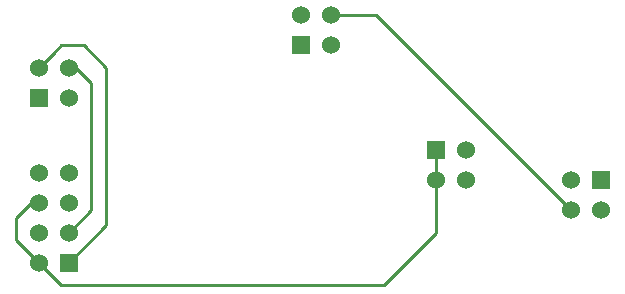
<source format=gbl>
G04 (created by PCBNEW (2013-may-18)-stable) date Wed 29 Apr 2015 01:49:59 AM PDT*
%MOIN*%
G04 Gerber Fmt 3.4, Leading zero omitted, Abs format*
%FSLAX34Y34*%
G01*
G70*
G90*
G04 APERTURE LIST*
%ADD10C,0.00590551*%
%ADD11R,0.06X0.06*%
%ADD12C,0.06*%
%ADD13C,0.01*%
G04 APERTURE END LIST*
G54D10*
G54D11*
X21750Y-25250D03*
G54D12*
X20750Y-25250D03*
X21750Y-24250D03*
X20750Y-24250D03*
X21750Y-23250D03*
X20750Y-23250D03*
X21750Y-22250D03*
X20750Y-22250D03*
G54D11*
X29500Y-18000D03*
G54D12*
X29500Y-17000D03*
X30500Y-18000D03*
X30500Y-17000D03*
G54D11*
X34000Y-21500D03*
G54D12*
X35000Y-21500D03*
X34000Y-22500D03*
X35000Y-22500D03*
G54D11*
X39500Y-22500D03*
G54D12*
X39500Y-23500D03*
X38500Y-22500D03*
X38500Y-23500D03*
G54D11*
X20750Y-19750D03*
G54D12*
X20750Y-18750D03*
X21750Y-19750D03*
X21750Y-18750D03*
G54D13*
X32250Y-26000D02*
X21500Y-26000D01*
X20750Y-23250D02*
X20500Y-23250D01*
X20000Y-24500D02*
X20750Y-25250D01*
X20000Y-23750D02*
X20000Y-24500D01*
X20500Y-23250D02*
X20000Y-23750D01*
X34000Y-22500D02*
X34000Y-24250D01*
X21500Y-26000D02*
X20750Y-25250D01*
X34000Y-24250D02*
X32250Y-26000D01*
X34000Y-21500D02*
X34000Y-22500D01*
X30500Y-17000D02*
X32000Y-17000D01*
X32000Y-17000D02*
X38500Y-23500D01*
X23000Y-23750D02*
X23000Y-23250D01*
X21250Y-18250D02*
X21500Y-18000D01*
X21500Y-18000D02*
X22250Y-18000D01*
X22250Y-18000D02*
X23000Y-18750D01*
X23000Y-18750D02*
X23000Y-23250D01*
X21250Y-18250D02*
X20750Y-18750D01*
X23000Y-23750D02*
X23000Y-24000D01*
X23000Y-24000D02*
X21750Y-25250D01*
X23000Y-23750D02*
X23000Y-24000D01*
X22500Y-23000D02*
X22500Y-23500D01*
X22000Y-18750D02*
X22500Y-19250D01*
X22500Y-19250D02*
X22500Y-23000D01*
X21750Y-24250D02*
X22500Y-23500D01*
X22000Y-18750D02*
X21750Y-18750D01*
M02*

</source>
